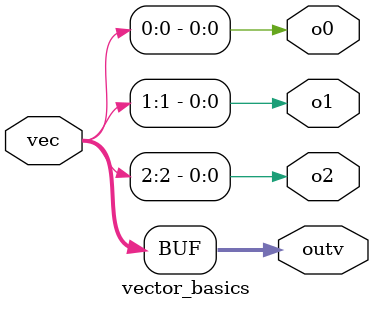
<source format=v>
`resetall
`timescale 1ns / 1ps
`default_nettype none

module vector_basics ( 
    input  wire [2:0] vec,
    output wire [2:0] outv,
    output wire       o2,
    output wire       o1,
    output wire       o0
);

    assign outv = vec;
    assign {o2, o1, o0} = vec;
    
endmodule
</source>
